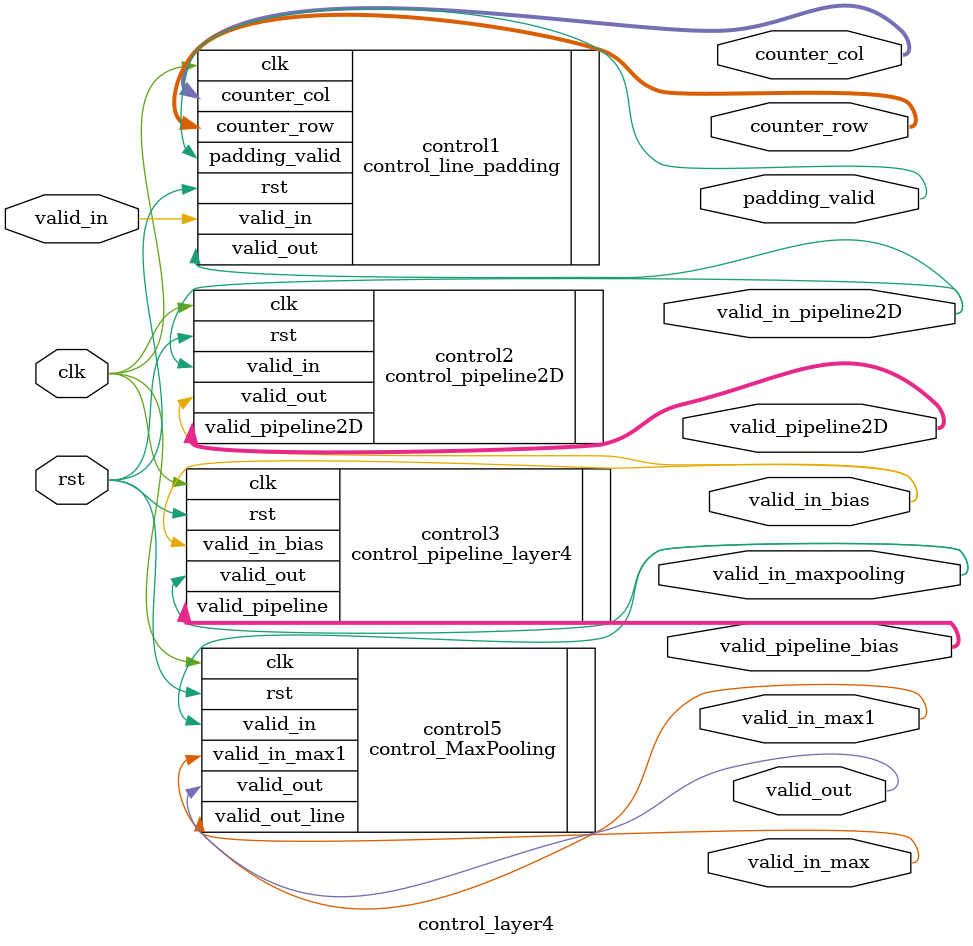
<source format=v>
module control_layer4#(
    parameter WIDTH = 5
)(
    input  clk, rst, valid_in,
    output padding_valid,
    output [31:0] counter_col, counter_row,
    output valid_in_pipeline2D,
    output [3:0] valid_pipeline2D,
    output valid_in_bias,
    output [4:0] valid_pipeline_bias,
    output valid_in_maxpooling, valid_in_max, valid_in_max1,
    output  valid_out
);

    control_line_padding#(
      .WIDTH(WIDTH)
    )control1 (
      .valid_in(valid_in), 
      .clk(clk), 
      .rst(rst),
      .padding_valid(padding_valid),
      .valid_out(valid_in_pipeline2D),
      .counter_col(counter_col),
      .counter_row(counter_row)
    );   
    
    control_pipeline2D control2(
    .clk(clk), 
    .rst(rst), 
    .valid_in(valid_in_pipeline2D),
    .valid_out(valid_in_bias), 
    .valid_pipeline2D(valid_pipeline2D)
    );
    
    control_pipeline_layer4 control3(
    .valid_in_bias(valid_in_bias), 
    .clk(clk), 
    .rst(rst),
    .valid_out(valid_in_maxpooling), 
    .valid_pipeline(valid_pipeline_bias)
    );  
    
   control_MaxPooling#(
    .WIDTH(WIDTH)
    )control5(
    .clk(clk), 
    .rst(rst), 
    .valid_in(valid_in_maxpooling),
    .valid_out_line(valid_in_max), 
    .valid_in_max1(valid_in_max1), 
    .valid_out(valid_out)
);


endmodule








</source>
